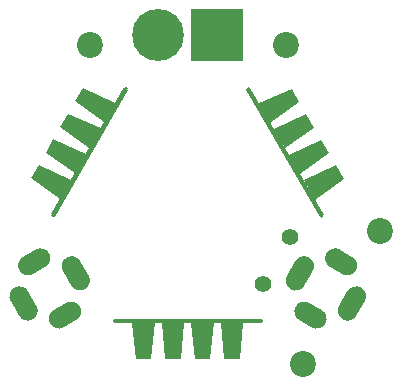
<source format=gbs>
G04 #@! TF.GenerationSoftware,KiCad,Pcbnew,7.0.8-7.0.8~ubuntu22.04.1*
G04 #@! TF.CreationDate,2023-10-19T22:21:27+02:00*
G04 #@! TF.ProjectId,LightPipe_PCB,4c696768-7450-4697-9065-5f5043422e6b,v0.1.2*
G04 #@! TF.SameCoordinates,Original*
G04 #@! TF.FileFunction,Soldermask,Bot*
G04 #@! TF.FilePolarity,Negative*
%FSLAX46Y46*%
G04 Gerber Fmt 4.6, Leading zero omitted, Abs format (unit mm)*
G04 Created by KiCad (PCBNEW 7.0.8-7.0.8~ubuntu22.04.1) date 2023-10-19 22:21:27*
%MOMM*%
%LPD*%
G01*
G04 APERTURE LIST*
%ADD10C,0.200000*%
%ADD11R,4.400000X4.400000*%
%ADD12C,4.400000*%
%ADD13C,2.200000*%
%ADD14C,1.400000*%
G04 APERTURE END LIST*
D10*
X132227241Y-79880642D02*
G75*
G03*
X132227241Y-79880642I-100000J0D01*
G01*
X138427241Y-90619358D02*
G75*
G03*
X138427241Y-90619358I-100000J0D01*
G01*
G36*
X138500446Y-90519358D02*
G01*
X138327241Y-90619358D01*
X138154036Y-90719358D01*
X131954036Y-79980642D01*
X132127241Y-79880642D01*
X132300446Y-79780642D01*
X138500446Y-90519358D01*
G37*
X133300000Y-99500000D02*
G75*
G03*
X133300000Y-99500000I-100000J0D01*
G01*
X120900000Y-99500000D02*
G75*
G03*
X120900000Y-99500000I-100000J0D01*
G01*
G36*
X133200000Y-99500000D02*
G01*
X133200000Y-99700000D01*
X120800000Y-99700000D01*
X120800000Y-99500000D01*
X120800000Y-99300000D01*
X133200000Y-99300000D01*
X133200000Y-99500000D01*
G37*
X115686156Y-90569358D02*
G75*
G03*
X115686156Y-90569358I-100000J0D01*
G01*
X121886156Y-79830642D02*
G75*
G03*
X121886156Y-79830642I-100000J0D01*
G01*
G36*
X121786156Y-79830642D02*
G01*
X121959361Y-79930642D01*
X115759361Y-90669358D01*
X115586156Y-90569358D01*
X115412951Y-90469358D01*
X121612951Y-79730642D01*
X121786156Y-79830642D01*
G37*
G36*
G01*
X137296728Y-97965544D02*
X138335958Y-98565544D01*
G75*
G02*
X138647080Y-99726666I-425000J-736122D01*
G01*
X138647080Y-99726666D01*
G75*
G02*
X137485958Y-100037788I-736122J425000D01*
G01*
X136446728Y-99437788D01*
G75*
G02*
X136135606Y-98276666I425000J736122D01*
G01*
X136135606Y-98276666D01*
G75*
G02*
X137296728Y-97965544I736122J-425000D01*
G01*
G37*
G36*
G01*
X135396856Y-95656218D02*
X136096856Y-94443782D01*
G75*
G02*
X137257978Y-94132660I736122J-425000D01*
G01*
X137257978Y-94132660D01*
G75*
G02*
X137569100Y-95293782I-425000J-736122D01*
G01*
X136869100Y-96506218D01*
G75*
G02*
X135707978Y-96817340I-736122J425000D01*
G01*
X135707978Y-96817340D01*
G75*
G02*
X135396856Y-95656218I425000J736122D01*
G01*
G37*
G36*
G01*
X139813586Y-98206218D02*
X140513586Y-96993782D01*
G75*
G02*
X141674708Y-96682660I736122J-425000D01*
G01*
X141674708Y-96682660D01*
G75*
G02*
X141985830Y-97843782I-425000J-736122D01*
G01*
X141285830Y-99056218D01*
G75*
G02*
X140124708Y-99367340I-736122J425000D01*
G01*
X140124708Y-99367340D01*
G75*
G02*
X139813586Y-98206218I425000J736122D01*
G01*
G37*
G36*
G01*
X139896728Y-93462212D02*
X140935958Y-94062212D01*
G75*
G02*
X141247080Y-95223334I-425000J-736122D01*
G01*
X141247080Y-95223334D01*
G75*
G02*
X140085958Y-95534456I-736122J425000D01*
G01*
X139046728Y-94934456D01*
G75*
G02*
X138735606Y-93773334I425000J736122D01*
G01*
X138735606Y-93773334D01*
G75*
G02*
X139896728Y-93462212I736122J-425000D01*
G01*
G37*
G36*
G01*
X114953272Y-94934456D02*
X113914042Y-95534456D01*
G75*
G02*
X112752920Y-95223334I-425000J736122D01*
G01*
X112752920Y-95223334D01*
G75*
G02*
X113064042Y-94062212I736122J425000D01*
G01*
X114103272Y-93462212D01*
G75*
G02*
X115264394Y-93773334I425000J-736122D01*
G01*
X115264394Y-93773334D01*
G75*
G02*
X114953272Y-94934456I-736122J-425000D01*
G01*
G37*
G36*
G01*
X117903144Y-94443782D02*
X118603144Y-95656218D01*
G75*
G02*
X118292022Y-96817340I-736122J-425000D01*
G01*
X118292022Y-96817340D01*
G75*
G02*
X117130900Y-96506218I-425000J736122D01*
G01*
X116430900Y-95293782D01*
G75*
G02*
X116742022Y-94132660I736122J425000D01*
G01*
X116742022Y-94132660D01*
G75*
G02*
X117903144Y-94443782I425000J-736122D01*
G01*
G37*
G36*
G01*
X113486414Y-96993782D02*
X114186414Y-98206218D01*
G75*
G02*
X113875292Y-99367340I-736122J-425000D01*
G01*
X113875292Y-99367340D01*
G75*
G02*
X112714170Y-99056218I-425000J736122D01*
G01*
X112014170Y-97843782D01*
G75*
G02*
X112325292Y-96682660I736122J425000D01*
G01*
X112325292Y-96682660D01*
G75*
G02*
X113486414Y-96993782I425000J-736122D01*
G01*
G37*
G36*
G01*
X117553272Y-99437788D02*
X116514042Y-100037788D01*
G75*
G02*
X115352920Y-99726666I-425000J736122D01*
G01*
X115352920Y-99726666D01*
G75*
G02*
X115664042Y-98565544I736122J425000D01*
G01*
X116703272Y-97965544D01*
G75*
G02*
X117864394Y-98276666I425000J-736122D01*
G01*
X117864394Y-98276666D01*
G75*
G02*
X117553272Y-99437788I-736122J-425000D01*
G01*
G37*
D11*
X129500000Y-75300000D03*
D12*
X124500000Y-75300000D03*
D13*
X118700000Y-76100000D03*
X135300000Y-76100000D03*
G36*
X134000447Y-82725129D02*
G01*
X136448523Y-80965322D01*
X135798523Y-79839488D01*
X133050447Y-81079681D01*
X134000447Y-82725129D01*
G37*
G36*
X135250447Y-84890192D02*
G01*
X137698523Y-83130385D01*
X137048523Y-82004551D01*
X134300447Y-83244744D01*
X135250447Y-84890192D01*
G37*
G36*
X136500447Y-87055256D02*
G01*
X138948523Y-85295449D01*
X138298523Y-84169615D01*
X135550447Y-85409808D01*
X136500447Y-87055256D01*
G37*
G36*
X137750447Y-89220319D02*
G01*
X140198523Y-87460512D01*
X139548523Y-86334678D01*
X136800447Y-87574871D01*
X137750447Y-89220319D01*
G37*
X143240381Y-91870835D03*
G36*
X129800000Y-99700000D02*
G01*
X130100000Y-102700000D01*
X131400000Y-102700000D01*
X131700000Y-99700000D01*
X129800000Y-99700000D01*
G37*
G36*
X127300000Y-99700000D02*
G01*
X127600000Y-102700000D01*
X128900000Y-102700000D01*
X129200000Y-99700000D01*
X127300000Y-99700000D01*
G37*
G36*
X124800000Y-99700000D02*
G01*
X125100000Y-102700000D01*
X126400000Y-102700000D01*
X126700000Y-99700000D01*
X124800000Y-99700000D01*
G37*
G36*
X122300000Y-99700000D02*
G01*
X122600000Y-102700000D01*
X123900000Y-102700000D01*
X124200000Y-99700000D01*
X122300000Y-99700000D01*
G37*
D14*
X133384421Y-96341858D03*
D13*
X136740381Y-103129165D03*
D14*
X135684421Y-92358142D03*
G36*
X120862951Y-81029681D02*
G01*
X118114875Y-79789488D01*
X117464875Y-80915322D01*
X119912951Y-82675129D01*
X120862951Y-81029681D01*
G37*
G36*
X119612951Y-83194744D02*
G01*
X116864875Y-81954551D01*
X116214875Y-83080385D01*
X118662951Y-84840192D01*
X119612951Y-83194744D01*
G37*
G36*
X118362951Y-85359808D02*
G01*
X115614875Y-84119615D01*
X114964875Y-85245449D01*
X117412951Y-87005256D01*
X118362951Y-85359808D01*
G37*
G36*
X117112951Y-87524871D02*
G01*
X114364875Y-86284678D01*
X113714875Y-87410512D01*
X116162951Y-89170319D01*
X117112951Y-87524871D01*
G37*
M02*

</source>
